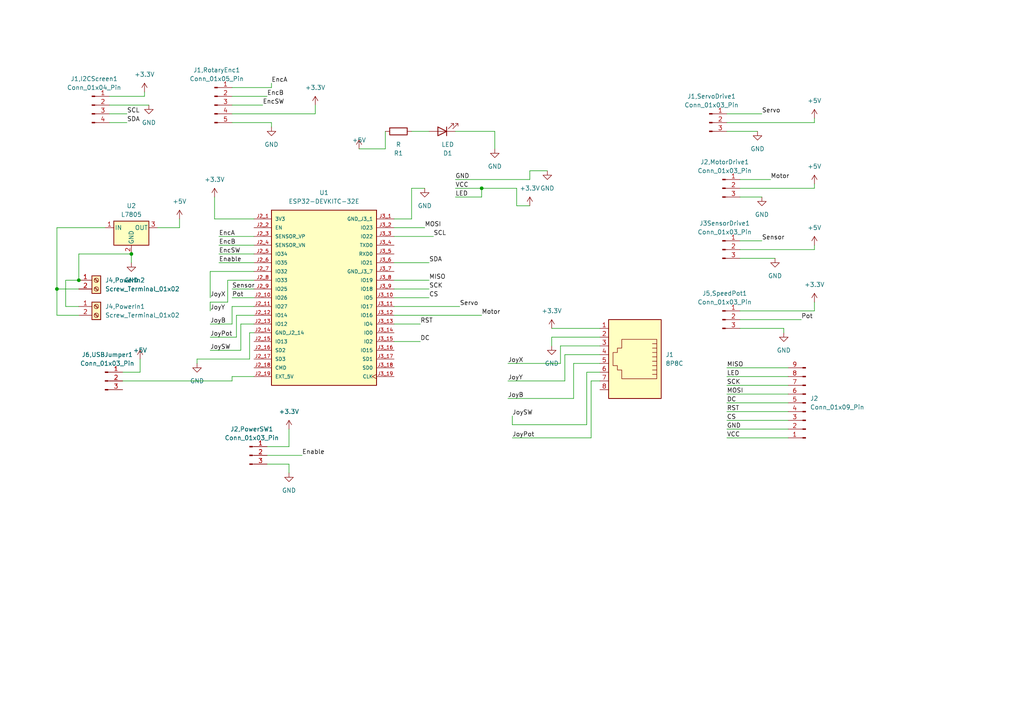
<source format=kicad_sch>
(kicad_sch (version 20230121) (generator eeschema)
  (paper "A4")
  (lib_symbols
    (symbol "Connector:8P8C" (pin_names (offset 1.016))
      (property "Reference" "J" (at -5.08 13.97 0))
      (property "Value" "8P8C" (at 2.54 13.97 0))
      (symbol "8P8C_0_1"
        (polyline (pts (xy -5.08 4.445) (xy -6.35 4.445)))
        (polyline (pts (xy -5.08 5.715) (xy -6.35 5.715)))
        (polyline (pts (xy -6.35 -3.175) (xy -5.08 -3.175) (xy -5.08 -3.175)))
        (polyline (pts (xy -6.35 -1.905) (xy -5.08 -1.905) (xy -5.08 -1.905)))
        (polyline (pts (xy -6.35 -0.635) (xy -5.08 -0.635) (xy -5.08 -0.635)))
        (polyline (pts (xy -6.35 0.635) (xy -5.08 0.635) (xy -5.08 0.635)))
        (polyline (pts (xy -6.35 1.905) (xy -5.08 1.905) (xy -5.08 1.905)))
        (polyline (pts (xy -5.08 3.175) (xy -6.35 3.175) (xy -6.35 3.175)))
        (polyline (pts (xy -6.35 -4.445) (xy -6.35 6.985) (xy 3.81 6.985) (xy 3.81 4.445) (xy 5.08 4.445) (xy 5.08 3.175) (xy 6.35 3.175) (xy 6.35 -0.635) (xy 5.08 -0.635) (xy 5.08 -1.905) (xy 3.81 -1.905) (xy 3.81 -4.445) (xy -6.35 -4.445) (xy -6.35 -4.445)))
        (rectangle (start 7.62 12.7) (end -7.62 -10.16) (stroke (width 0.254)) (fill (type background)))
      )
      (symbol "8P8C_1_1"
        (pin passive line (at 10.16 -7.62 180) (length 2.54) (name "~") (number "1"))
        (pin passive line (at 10.16 -5.08 180) (length 2.54) (name "~") (number "2"))
        (pin passive line (at 10.16 -2.54 180) (length 2.54) (name "~") (number "3"))
        (pin passive line (at 10.16 0 180) (length 2.54) (name "~") (number "4"))
        (pin passive line (at 10.16 2.54 180) (length 2.54) (name "~") (number "5"))
        (pin passive line (at 10.16 5.08 180) (length 2.54) (name "~") (number "6"))
        (pin passive line (at 10.16 7.62 180) (length 2.54) (name "~") (number "7"))
        (pin passive line (at 10.16 10.16 180) (length 2.54) (name "~") (number "8"))
      )
    )
    (symbol "Connector:Conn_01x03_Pin" (pin_names (offset 1.016) hide)
      (property "Reference" "J" (at 0 5.08 0))
      (property "Value" "Conn_01x03_Pin" (at 0 -5.08 0))
      (symbol "Conn_01x03_Pin_1_1"
        (polyline (pts (xy 1.27 -2.54) (xy 0.8636 -2.54)) (stroke (width 0.1524)))
        (polyline (pts (xy 1.27 0) (xy 0.8636 0)) (stroke (width 0.1524)))
        (polyline (pts (xy 1.27 2.54) (xy 0.8636 2.54)) (stroke (width 0.1524)))
        (rectangle (start 0.8636 -2.413) (end 0 -2.667) (stroke (width 0.1524)) (fill (type outline)))
        (rectangle (start 0.8636 0.127) (end 0 -0.127) (stroke (width 0.1524)) (fill (type outline)))
        (rectangle (start 0.8636 2.667) (end 0 2.413) (stroke (width 0.1524)) (fill (type outline)))
        (pin passive line (at 5.08 2.54 180) (length 3.81) (name "Pin_1") (number "1"))
        (pin passive line (at 5.08 0 180) (length 3.81) (name "Pin_2") (number "2"))
        (pin passive line (at 5.08 -2.54 180) (length 3.81) (name "Pin_3") (number "3"))
      )
    )
    (symbol "Connector:Conn_01x04_Pin" (pin_names (offset 1.016) hide)
      (property "Reference" "J" (at 0 5.08 0))
      (property "Value" "Conn_01x04_Pin" (at 0 -7.62 0))
      (symbol "Conn_01x04_Pin_1_1"
        (polyline (pts (xy 1.27 -5.08) (xy 0.8636 -5.08)) (stroke (width 0.1524)))
        (polyline (pts (xy 1.27 -2.54) (xy 0.8636 -2.54)) (stroke (width 0.1524)))
        (polyline (pts (xy 1.27 0) (xy 0.8636 0)) (stroke (width 0.1524)))
        (polyline (pts (xy 1.27 2.54) (xy 0.8636 2.54)) (stroke (width 0.1524)))
        (rectangle (start 0.8636 -4.953) (end 0 -5.207) (stroke (width 0.1524)) (fill (type outline)))
        (rectangle (start 0.8636 -2.413) (end 0 -2.667) (stroke (width 0.1524)) (fill (type outline)))
        (rectangle (start 0.8636 0.127) (end 0 -0.127) (stroke (width 0.1524)) (fill (type outline)))
        (rectangle (start 0.8636 2.667) (end 0 2.413) (stroke (width 0.1524)) (fill (type outline)))
        (pin passive line (at 5.08 2.54 180) (length 3.81) (name "Pin_1") (number "1"))
        (pin passive line (at 5.08 0 180) (length 3.81) (name "Pin_2") (number "2"))
        (pin passive line (at 5.08 -2.54 180) (length 3.81) (name "Pin_3") (number "3"))
        (pin passive line (at 5.08 -5.08 180) (length 3.81) (name "Pin_4") (number "4"))
      )
    )
    (symbol "Connector:Conn_01x05_Pin" (pin_names (offset 1.016) hide)
      (property "Reference" "J" (at 0 7.62 0))
      (property "Value" "Conn_01x05_Pin" (at 0 -7.62 0))
      (symbol "Conn_01x05_Pin_1_1"
        (polyline (pts (xy 1.27 -5.08) (xy 0.8636 -5.08)) (stroke (width 0.1524)))
        (polyline (pts (xy 1.27 -2.54) (xy 0.8636 -2.54)) (stroke (width 0.1524)))
        (polyline (pts (xy 1.27 0) (xy 0.8636 0)) (stroke (width 0.1524)))
        (polyline (pts (xy 1.27 2.54) (xy 0.8636 2.54)) (stroke (width 0.1524)))
        (polyline (pts (xy 1.27 5.08) (xy 0.8636 5.08)) (stroke (width 0.1524)))
        (rectangle (start 0.8636 -4.953) (end 0 -5.207) (stroke (width 0.1524)) (fill (type outline)))
        (rectangle (start 0.8636 -2.413) (end 0 -2.667) (stroke (width 0.1524)) (fill (type outline)))
        (rectangle (start 0.8636 0.127) (end 0 -0.127) (stroke (width 0.1524)) (fill (type outline)))
        (rectangle (start 0.8636 2.667) (end 0 2.413) (stroke (width 0.1524)) (fill (type outline)))
        (rectangle (start 0.8636 5.207) (end 0 4.953) (stroke (width 0.1524)) (fill (type outline)))
        (pin passive line (at 5.08 5.08 180) (length 3.81) (name "Pin_1") (number "1"))
        (pin passive line (at 5.08 2.54 180) (length 3.81) (name "Pin_2") (number "2"))
        (pin passive line (at 5.08 0 180) (length 3.81) (name "Pin_3") (number "3"))
        (pin passive line (at 5.08 -2.54 180) (length 3.81) (name "Pin_4") (number "4"))
        (pin passive line (at 5.08 -5.08 180) (length 3.81) (name "Pin_5") (number "5"))
      )
    )
    (symbol "Connector:Conn_01x09_Pin" (pin_names (offset 1.016) hide)
      (property "Reference" "J" (at 0 12.7 0))
      (property "Value" "Conn_01x09_Pin" (at 0 -12.7 0))
      (symbol "Conn_01x09_Pin_1_1"
        (polyline (pts (xy 1.27 -10.16) (xy 0.8636 -10.16)) (stroke (width 0.1524)))
        (polyline (pts (xy 1.27 -7.62) (xy 0.8636 -7.62)) (stroke (width 0.1524)))
        (polyline (pts (xy 1.27 -5.08) (xy 0.8636 -5.08)) (stroke (width 0.1524)))
        (polyline (pts (xy 1.27 -2.54) (xy 0.8636 -2.54)) (stroke (width 0.1524)))
        (polyline (pts (xy 1.27 0) (xy 0.8636 0)) (stroke (width 0.1524)))
        (polyline (pts (xy 1.27 2.54) (xy 0.8636 2.54)) (stroke (width 0.1524)))
        (polyline (pts (xy 1.27 5.08) (xy 0.8636 5.08)) (stroke (width 0.1524)))
        (polyline (pts (xy 1.27 7.62) (xy 0.8636 7.62)) (stroke (width 0.1524)))
        (polyline (pts (xy 1.27 10.16) (xy 0.8636 10.16)) (stroke (width 0.1524)))
        (rectangle (start 0.8636 -10.033) (end 0 -10.287) (stroke (width 0.1524)) (fill (type outline)))
        (rectangle (start 0.8636 -7.493) (end 0 -7.747) (stroke (width 0.1524)) (fill (type outline)))
        (rectangle (start 0.8636 -4.953) (end 0 -5.207) (stroke (width 0.1524)) (fill (type outline)))
        (rectangle (start 0.8636 -2.413) (end 0 -2.667) (stroke (width 0.1524)) (fill (type outline)))
        (rectangle (start 0.8636 0.127) (end 0 -0.127) (stroke (width 0.1524)) (fill (type outline)))
        (rectangle (start 0.8636 2.667) (end 0 2.413) (stroke (width 0.1524)) (fill (type outline)))
        (rectangle (start 0.8636 5.207) (end 0 4.953) (stroke (width 0.1524)) (fill (type outline)))
        (rectangle (start 0.8636 7.747) (end 0 7.493) (stroke (width 0.1524)) (fill (type outline)))
        (rectangle (start 0.8636 10.287) (end 0 10.033) (stroke (width 0.1524)) (fill (type outline)))
        (pin passive line (at 5.08 10.16 180) (length 3.81) (name "Pin_1") (number "1"))
        (pin passive line (at 5.08 7.62 180) (length 3.81) (name "Pin_2") (number "2"))
        (pin passive line (at 5.08 5.08 180) (length 3.81) (name "Pin_3") (number "3"))
        (pin passive line (at 5.08 2.54 180) (length 3.81) (name "Pin_4") (number "4"))
        (pin passive line (at 5.08 0 180) (length 3.81) (name "Pin_5") (number "5"))
        (pin passive line (at 5.08 -2.54 180) (length 3.81) (name "Pin_6") (number "6"))
        (pin passive line (at 5.08 -5.08 180) (length 3.81) (name "Pin_7") (number "7"))
        (pin passive line (at 5.08 -7.62 180) (length 3.81) (name "Pin_8") (number "8"))
        (pin passive line (at 5.08 -10.16 180) (length 3.81) (name "Pin_9") (number "9"))
      )
    )
    (symbol "Connector:Screw_Terminal_01x02" (pin_names (offset 1.016) hide)
      (property "Reference" "J" (at 0 2.54 0))
      (property "Value" "Screw_Terminal_01x02" (at 0 -5.08 0))
      (symbol "Screw_Terminal_01x02_1_1"
        (rectangle (start -1.27 1.27) (end 1.27 -3.81) (stroke (width 0.254)) (fill (type background)))
        (circle (center 0 -2.54) (radius 0.635) (stroke (width 0.1524)))
        (polyline (pts (xy -0.5334 -2.2098) (xy 0.3302 -3.048)) (stroke (width 0.1524)))
        (polyline (pts (xy -0.5334 0.3302) (xy 0.3302 -0.508)) (stroke (width 0.1524)))
        (polyline (pts (xy -0.3556 -2.032) (xy 0.508 -2.8702)) (stroke (width 0.1524)))
        (polyline (pts (xy -0.3556 0.508) (xy 0.508 -0.3302)) (stroke (width 0.1524)))
        (circle (center 0 0) (radius 0.635) (stroke (width 0.1524)))
        (pin passive line (at -5.08 0 0) (length 3.81) (name "Pin_1") (number "1"))
        (pin passive line (at -5.08 -2.54 0) (length 3.81) (name "Pin_2") (number "2"))
      )
    )
    (symbol "Device:LED" (pin_numbers hide) (pin_names (offset 1.016) hide)
      (property "Reference" "D" (at 0 2.54 0))
      (property "Value" "LED" (at 0 -2.54 0))
      (symbol "LED_0_1"
        (polyline (pts (xy -1.27 -1.27) (xy -1.27 1.27)) (stroke (width 0.254)))
        (polyline (pts (xy -1.27 0) (xy 1.27 0)))
        (polyline (pts (xy 1.27 -1.27) (xy 1.27 1.27) (xy -1.27 0) (xy 1.27 -1.27)) (stroke (width 0.254)))
        (polyline (pts (xy -3.048 -0.762) (xy -4.572 -2.286) (xy -3.81 -2.286) (xy -4.572 -2.286) (xy -4.572 -1.524)))
        (polyline (pts (xy -1.778 -0.762) (xy -3.302 -2.286) (xy -2.54 -2.286) (xy -3.302 -2.286) (xy -3.302 -1.524)))
      )
      (symbol "LED_1_1"
        (pin passive line (at -3.81 0 0) (length 2.54) (name "K") (number "1"))
        (pin passive line (at 3.81 0 180) (length 2.54) (name "A") (number "2"))
      )
    )
    (symbol "Device:R" (pin_numbers hide) (pin_names (offset 0))
      (property "Reference" "R" (at 2.032 0 90))
      (property "Value" "R" (at 0 0 90))
      (symbol "R_0_1"
        (rectangle (start -1.016 -2.54) (end 1.016 2.54) (stroke (width 0.254)))
      )
      (symbol "R_1_1"
        (pin passive line (at 0 3.81 270) (length 1.27) (name "~") (number "1"))
        (pin passive line (at 0 -3.81 90) (length 1.27) (name "~") (number "2"))
      )
    )
    (symbol "ESP32-DEVKITC-32E:ESP32-DEVKITC-32E" (pin_names (offset 1.016))
      (property "Reference" "U" (at -15.24 26.162 0))
      (property "Value" "ESP32-DEVKITC-32E" (at -15.24 -27.94 0))
      (symbol "ESP32-DEVKITC-32E_0_0"
        (rectangle (start -15.24 -25.4) (end 15.24 25.4) (stroke (width 0.254)) (fill (type background)))
        (pin power_in line (at -20.32 22.86 0) (length 5.08) (name "3V3") (number "J2_1"))
        (pin bidirectional line (at -20.32 0 0) (length 5.08) (name "IO26") (number "J2_10"))
        (pin bidirectional line (at -20.32 -2.54 0) (length 5.08) (name "IO27") (number "J2_11"))
        (pin bidirectional line (at -20.32 -5.08 0) (length 5.08) (name "IO14") (number "J2_12"))
        (pin bidirectional line (at -20.32 -7.62 0) (length 5.08) (name "IO12") (number "J2_13"))
        (pin power_in line (at -20.32 -10.16 0) (length 5.08) (name "GND_J2_14") (number "J2_14"))
        (pin bidirectional line (at -20.32 -12.7 0) (length 5.08) (name "IO13") (number "J2_15"))
        (pin bidirectional line (at -20.32 -15.24 0) (length 5.08) (name "SD2") (number "J2_16"))
        (pin bidirectional line (at -20.32 -17.78 0) (length 5.08) (name "SD3") (number "J2_17"))
        (pin bidirectional line (at -20.32 -20.32 0) (length 5.08) (name "CMD") (number "J2_18"))
        (pin power_in line (at -20.32 -22.86 0) (length 5.08) (name "EXT_5V") (number "J2_19"))
        (pin input line (at -20.32 20.32 0) (length 5.08) (name "EN") (number "J2_2"))
        (pin bidirectional line (at -20.32 17.78 0) (length 5.08) (name "SENSOR_VP") (number "J2_3"))
        (pin bidirectional line (at -20.32 15.24 0) (length 5.08) (name "SENSOR_VN") (number "J2_4"))
        (pin bidirectional line (at -20.32 12.7 0) (length 5.08) (name "IO34") (number "J2_5"))
        (pin bidirectional line (at -20.32 10.16 0) (length 5.08) (name "IO35") (number "J2_6"))
        (pin bidirectional line (at -20.32 7.62 0) (length 5.08) (name "IO32") (number "J2_7"))
        (pin bidirectional line (at -20.32 5.08 0) (length 5.08) (name "IO33") (number "J2_8"))
        (pin bidirectional line (at -20.32 2.54 0) (length 5.08) (name "IO25") (number "J2_9"))
        (pin power_in line (at 20.32 22.86 180) (length 5.08) (name "GND_J3_1") (number "J3_1"))
        (pin bidirectional line (at 20.32 0 180) (length 5.08) (name "IO5") (number "J3_10"))
        (pin bidirectional line (at 20.32 -2.54 180) (length 5.08) (name "IO17") (number "J3_11"))
        (pin bidirectional line (at 20.32 -5.08 180) (length 5.08) (name "IO16") (number "J3_12"))
        (pin bidirectional line (at 20.32 -7.62 180) (length 5.08) (name "IO4") (number "J3_13"))
        (pin bidirectional line (at 20.32 -10.16 180) (length 5.08) (name "IO0") (number "J3_14"))
        (pin bidirectional line (at 20.32 -12.7 180) (length 5.08) (name "IO2") (number "J3_15"))
        (pin bidirectional line (at 20.32 -15.24 180) (length 5.08) (name "IO15") (number "J3_16"))
        (pin bidirectional line (at 20.32 -17.78 180) (length 5.08) (name "SD1") (number "J3_17"))
        (pin bidirectional line (at 20.32 -20.32 180) (length 5.08) (name "SD0") (number "J3_18"))
        (pin bidirectional clock (at 20.32 -22.86 180) (length 5.08) (name "CLK") (number "J3_19"))
        (pin bidirectional line (at 20.32 20.32 180) (length 5.08) (name "IO23") (number "J3_2"))
        (pin bidirectional line (at 20.32 17.78 180) (length 5.08) (name "IO22") (number "J3_3"))
        (pin bidirectional line (at 20.32 15.24 180) (length 5.08) (name "TXD0") (number "J3_4"))
        (pin bidirectional line (at 20.32 12.7 180) (length 5.08) (name "RXD0") (number "J3_5"))
        (pin bidirectional line (at 20.32 10.16 180) (length 5.08) (name "IO21") (number "J3_6"))
        (pin power_in line (at 20.32 7.62 180) (length 5.08) (name "GND_J3_7") (number "J3_7"))
        (pin bidirectional line (at 20.32 5.08 180) (length 5.08) (name "IO19") (number "J3_8"))
        (pin bidirectional line (at 20.32 2.54 180) (length 5.08) (name "IO18") (number "J3_9"))
      )
    )
    (symbol "Regulator_Linear:L7805" (pin_names (offset 0.254))
      (property "Reference" "U" (at -3.81 3.175 0))
      (property "Value" "L7805" (at 0 3.175 0))
      (symbol "L7805_0_1"
        (rectangle (start -5.08 1.905) (end 5.08 -5.08) (stroke (width 0.254)) (fill (type background)))
      )
      (symbol "L7805_1_1"
        (pin power_in line (at -7.62 0 0) (length 2.54) (name "IN") (number "1"))
        (pin power_in line (at 0 -7.62 90) (length 2.54) (name "GND") (number "2"))
        (pin power_out line (at 7.62 0 180) (length 2.54) (name "OUT") (number "3"))
      )
    )
    (symbol "power:+3.3V" (power) (pin_names (offset 0))
      (property "Value" "+3.3V" (at 0 3.556 0))
      (symbol "+3.3V_0_1"
        (polyline (pts (xy -0.762 1.27) (xy 0 2.54)))
        (polyline (pts (xy 0 0) (xy 0 2.54)))
        (polyline (pts (xy 0 2.54) (xy 0.762 1.27)))
      )
      (symbol "+3.3V_1_1"
        (pin power_in line (at 0 0 90) (length 0) hide (name "+3.3V") (number "1"))
      )
    )
    (symbol "power:+5V" (power) (pin_names (offset 0))
      (property "Value" "+5V" (at 0 3.556 0))
      (symbol "+5V_0_1"
        (polyline (pts (xy -0.762 1.27) (xy 0 2.54)))
        (polyline (pts (xy 0 0) (xy 0 2.54)))
        (polyline (pts (xy 0 2.54) (xy 0.762 1.27)))
      )
      (symbol "+5V_1_1"
        (pin power_in line (at 0 0 90) (length 0) hide (name "+5V") (number "1"))
      )
    )
    (symbol "power:GND" (power) (pin_names (offset 0))
      (property "Value" "GND" (at 0 -3.81 0))
      (symbol "GND_0_1"
        (polyline (pts (xy 0 0) (xy 0 -1.27) (xy 1.27 -1.27) (xy 0 -2.54) (xy -1.27 -1.27) (xy 0 -1.27)))
      )
      (symbol "GND_1_1"
        (pin power_in line (at 0 0 270) (length 0) hide (name "GND") (number "1"))
      )
    )
  )
  (junction (at 16.51 83.82))
  (junction (at 38.1 73.66))
  (junction (at 22.86 81.28))
  (junction (at 139.7 54.61))
  (wire (pts (xy 228.6 106.68) (xy 210.82 106.68)))
  (wire (pts (xy 67.31 30.48) (xy 76.2 30.48)))
  (wire (pts (xy 67.31 33.02) (xy 91.44 33.02)))
  (wire (pts (xy 149.86 59.69) (xy 153.67 59.69)))
  (wire (pts (xy 63.5 68.58) (xy 73.66 68.58)))
  (wire (pts (xy 210.82 35.56) (xy 236.22 35.56)))
  (wire (pts (xy 67.31 109.22) (xy 73.66 109.22)))
  (wire (pts (xy 147.32 105.41) (xy 162.56 105.41)))
  (wire (pts (xy 77.47 129.54) (xy 83.82 129.54)))
  (wire (pts (xy 170.18 107.95) (xy 173.99 107.95)))
  (wire (pts (xy 114.3 83.82) (xy 124.46 83.82)))
  (wire (pts (xy 62.23 63.5) (xy 62.23 57.15)))
  (wire (pts (xy 132.08 52.07) (xy 153.67 52.07)))
  (wire (pts (xy 16.51 83.82) (xy 16.51 91.44)))
  (wire (pts (xy 16.51 83.82) (xy 16.51 66.04)))
  (wire (pts (xy 78.74 25.4) (xy 78.74 24.13)))
  (wire (pts (xy 236.22 72.39) (xy 236.22 71.12)))
  (wire (pts (xy 114.3 68.58) (xy 125.73 68.58)))
  (wire (pts (xy 35.56 107.95) (xy 40.64 107.95)))
  (wire (pts (xy 67.31 35.56) (xy 78.74 35.56)))
  (wire (pts (xy 22.86 81.28) (xy 22.86 73.66)))
  (wire (pts (xy 60.96 97.79) (xy 68.58 97.79)))
  (wire (pts (xy 16.51 91.44) (xy 22.86 91.44)))
  (wire (pts (xy 22.86 73.66) (xy 38.1 73.66)))
  (wire (pts (xy 67.31 25.4) (xy 78.74 25.4)))
  (wire (pts (xy 114.3 66.04) (xy 123.19 66.04)))
  (wire (pts (xy 114.3 91.44) (xy 139.7 91.44)))
  (wire (pts (xy 31.75 35.56) (xy 36.83 35.56)))
  (wire (pts (xy 236.22 35.56) (xy 236.22 34.29)))
  (wire (pts (xy 63.5 76.2) (xy 73.66 76.2)))
  (wire (pts (xy 114.3 76.2) (xy 124.46 76.2)))
  (wire (pts (xy 69.85 101.6) (xy 69.85 93.98)))
  (wire (pts (xy 210.82 33.02) (xy 220.98 33.02)))
  (wire (pts (xy 60.96 78.74) (xy 73.66 78.74)))
  (wire (pts (xy 67.31 109.22) (xy 67.31 110.49)))
  (wire (pts (xy 31.75 27.94) (xy 41.91 27.94)))
  (wire (pts (xy 114.3 88.9) (xy 133.35 88.9)))
  (wire (pts (xy 72.39 96.52) (xy 72.39 104.14)))
  (wire (pts (xy 114.3 99.06) (xy 121.92 99.06)))
  (wire (pts (xy 16.51 66.04) (xy 30.48 66.04)))
  (wire (pts (xy 67.31 88.9) (xy 73.66 88.9)))
  (wire (pts (xy 210.82 109.22) (xy 228.6 109.22)))
  (wire (pts (xy 40.64 107.95) (xy 40.64 104.14)))
  (wire (pts (xy 77.47 132.08) (xy 87.63 132.08)))
  (wire (pts (xy 171.45 110.49) (xy 173.99 110.49)))
  (wire (pts (xy 68.58 97.79) (xy 68.58 91.44)))
  (wire (pts (xy 160.02 97.79) (xy 160.02 100.33)))
  (wire (pts (xy 214.63 52.07) (xy 223.52 52.07)))
  (wire (pts (xy 91.44 33.02) (xy 91.44 30.48)))
  (wire (pts (xy 63.5 73.66) (xy 73.66 73.66)))
  (wire (pts (xy 69.85 93.98) (xy 73.66 93.98)))
  (wire (pts (xy 171.45 127) (xy 171.45 110.49)))
  (wire (pts (xy 163.83 102.87) (xy 173.99 102.87)))
  (wire (pts (xy 227.33 95.25) (xy 227.33 96.52)))
  (wire (pts (xy 67.31 27.94) (xy 77.47 27.94)))
  (wire (pts (xy 166.37 105.41) (xy 173.99 105.41)))
  (wire (pts (xy 111.76 43.18) (xy 111.76 38.1)))
  (wire (pts (xy 210.82 121.92) (xy 228.6 121.92)))
  (wire (pts (xy 38.1 73.66) (xy 38.1 76.2)))
  (wire (pts (xy 132.08 57.15) (xy 139.7 57.15)))
  (wire (pts (xy 31.75 33.02) (xy 36.83 33.02)))
  (wire (pts (xy 57.15 104.14) (xy 57.15 105.41)))
  (wire (pts (xy 73.66 63.5) (xy 62.23 63.5)))
  (wire (pts (xy 236.22 54.61) (xy 214.63 54.61)))
  (wire (pts (xy 19.05 88.9) (xy 19.05 81.28)))
  (wire (pts (xy 214.63 92.71) (xy 232.41 92.71)))
  (wire (pts (xy 45.72 66.04) (xy 52.07 66.04)))
  (wire (pts (xy 143.51 38.1) (xy 143.51 43.18)))
  (wire (pts (xy 66.04 87.63) (xy 66.04 81.28)))
  (wire (pts (xy 153.67 49.53) (xy 158.75 49.53)))
  (wire (pts (xy 236.22 90.17) (xy 236.22 87.63)))
  (wire (pts (xy 77.47 134.62) (xy 83.82 134.62)))
  (wire (pts (xy 60.96 87.63) (xy 66.04 87.63)))
  (wire (pts (xy 31.75 30.48) (xy 43.18 30.48)))
  (wire (pts (xy 60.96 101.6) (xy 69.85 101.6)))
  (wire (pts (xy 83.82 129.54) (xy 83.82 124.46)))
  (wire (pts (xy 210.82 114.3) (xy 228.6 114.3)))
  (wire (pts (xy 60.96 90.17) (xy 60.96 87.63)))
  (wire (pts (xy 210.82 127) (xy 228.6 127)))
  (wire (pts (xy 214.63 69.85) (xy 220.98 69.85)))
  (wire (pts (xy 149.86 54.61) (xy 149.86 59.69)))
  (wire (pts (xy 19.05 81.28) (xy 22.86 81.28)))
  (wire (pts (xy 147.32 115.57) (xy 166.37 115.57)))
  (wire (pts (xy 119.38 63.5) (xy 114.3 63.5)))
  (wire (pts (xy 83.82 134.62) (xy 83.82 137.16)))
  (wire (pts (xy 160.02 95.25) (xy 173.99 95.25)))
  (wire (pts (xy 148.59 123.19) (xy 148.59 120.65)))
  (wire (pts (xy 63.5 71.12) (xy 73.66 71.12)))
  (wire (pts (xy 78.74 35.56) (xy 78.74 36.83)))
  (wire (pts (xy 114.3 93.98) (xy 121.92 93.98)))
  (wire (pts (xy 210.82 38.1) (xy 219.71 38.1)))
  (wire (pts (xy 170.18 107.95) (xy 170.18 123.19)))
  (wire (pts (xy 214.63 90.17) (xy 236.22 90.17)))
  (wire (pts (xy 228.6 124.46) (xy 210.82 124.46)))
  (wire (pts (xy 162.56 105.41) (xy 162.56 100.33)))
  (wire (pts (xy 66.04 81.28) (xy 73.66 81.28)))
  (wire (pts (xy 132.08 38.1) (xy 143.51 38.1)))
  (wire (pts (xy 132.08 54.61) (xy 139.7 54.61)))
  (wire (pts (xy 52.07 63.5) (xy 52.07 66.04)))
  (wire (pts (xy 210.82 116.84) (xy 228.6 116.84)))
  (wire (pts (xy 139.7 57.15) (xy 139.7 54.61)))
  (wire (pts (xy 214.63 74.93) (xy 224.79 74.93)))
  (wire (pts (xy 210.82 119.38) (xy 228.6 119.38)))
  (wire (pts (xy 124.46 38.1) (xy 119.38 38.1)))
  (wire (pts (xy 68.58 91.44) (xy 73.66 91.44)))
  (wire (pts (xy 139.7 54.61) (xy 149.86 54.61)))
  (wire (pts (xy 236.22 53.34) (xy 236.22 54.61)))
  (wire (pts (xy 153.67 52.07) (xy 153.67 49.53)))
  (wire (pts (xy 160.02 97.79) (xy 173.99 97.79)))
  (wire (pts (xy 22.86 88.9) (xy 19.05 88.9)))
  (wire (pts (xy 214.63 57.15) (xy 220.98 57.15)))
  (wire (pts (xy 67.31 93.98) (xy 67.31 88.9)))
  (wire (pts (xy 73.66 96.52) (xy 72.39 96.52)))
  (wire (pts (xy 41.91 26.67) (xy 41.91 27.94)))
  (wire (pts (xy 67.31 86.36) (xy 73.66 86.36)))
  (wire (pts (xy 114.3 86.36) (xy 124.46 86.36)))
  (wire (pts (xy 210.82 111.76) (xy 228.6 111.76)))
  (wire (pts (xy 147.32 110.49) (xy 163.83 110.49)))
  (wire (pts (xy 60.96 86.36) (xy 60.96 78.74)))
  (wire (pts (xy 22.86 83.82) (xy 16.51 83.82)))
  (wire (pts (xy 162.56 100.33) (xy 173.99 100.33)))
  (wire (pts (xy 60.96 93.98) (xy 67.31 93.98)))
  (wire (pts (xy 114.3 81.28) (xy 124.46 81.28)))
  (wire (pts (xy 214.63 95.25) (xy 227.33 95.25)))
  (wire (pts (xy 148.59 127) (xy 171.45 127)))
  (wire (pts (xy 67.31 110.49) (xy 35.56 110.49)))
  (wire (pts (xy 104.14 43.18) (xy 111.76 43.18)))
  (wire (pts (xy 72.39 104.14) (xy 57.15 104.14)))
  (wire (pts (xy 67.31 83.82) (xy 73.66 83.82)))
  (wire (pts (xy 119.38 54.61) (xy 123.19 54.61)))
  (wire (pts (xy 214.63 72.39) (xy 236.22 72.39)))
  (wire (pts (xy 170.18 123.19) (xy 148.59 123.19)))
  (wire (pts (xy 119.38 54.61) (xy 119.38 63.5)))
  (wire (pts (xy 166.37 115.57) (xy 166.37 105.41)))
  (wire (pts (xy 163.83 110.49) (xy 163.83 102.87)))
  (label "VCC" (at 132.08 54.61 0))
  (label "Pot" (at 232.41 92.71 0))
  (label "Servo" (at 133.35 88.9 0))
  (label "JoySW" (at 60.96 101.6 0))
  (label "MISO" (at 124.46 81.28 0))
  (label "SCL" (at 125.73 68.58 0))
  (label "EncA" (at 63.5 68.58 0))
  (label "SCK" (at 124.46 83.82 0))
  (label "Servo" (at 220.98 33.02 0))
  (label "VCC" (at 210.82 127 0))
  (label "Sensor" (at 67.31 83.82 0))
  (label "EncB" (at 77.47 27.94 0))
  (label "EncSW" (at 76.2 30.48 0))
  (label "Motor" (at 223.52 52.07 0))
  (label "JoyB" (at 60.96 93.98 0))
  (label "RST" (at 121.92 93.98 0))
  (label "GND" (at 132.08 52.07 0))
  (label "JoyPot" (at 148.59 127 0))
  (label "MOSI" (at 210.82 114.3 0))
  (label "EncSW" (at 63.5 73.66 0))
  (label "MOSI" (at 123.19 66.04 0))
  (label "Sensor" (at 220.98 69.85 0))
  (label "DC" (at 121.92 99.06 0))
  (label "Enable" (at 87.63 132.08 0))
  (label "GND" (at 210.82 124.46 0))
  (label "DC" (at 210.82 116.84 0))
  (label "CS" (at 210.82 121.92 0))
  (label "EncB" (at 63.5 71.12 0))
  (label "CS" (at 124.46 86.36 0))
  (label "SCL" (at 36.83 33.02 0))
  (label "JoyPot" (at 60.96 97.79 0))
  (label "JoyY" (at 60.96 90.17 0))
  (label "JoyY" (at 147.32 110.49 0))
  (label "EncA" (at 78.74 24.13 0))
  (label "JoySW" (at 148.59 120.65 0))
  (label "SDA" (at 36.83 35.56 0))
  (label "LED" (at 210.82 109.22 0))
  (label "Motor" (at 139.7 91.44 0))
  (label "Enable" (at 63.5 76.2 0))
  (label "LED" (at 132.08 57.15 0))
  (label "SCK" (at 210.82 111.76 0))
  (label "RST" (at 210.82 119.38 0))
  (label "JoyX" (at 60.96 86.36 0))
  (label "MISO" (at 210.82 106.68 0))
  (label "Pot" (at 67.31 86.36 0))
  (label "JoyX" (at 147.32 105.41 0))
  (label "SDA" (at 124.46 76.2 0))
  (label "JoyB" (at 147.32 115.57 0))
  (symbol (lib_id "power:+3.3V") (at 91.44 30.48 0) (unit 1)
    (property "Reference" "#PWR018" (effects hide))
    (property "Value" "+3.3V" (at 91.44 25.4 0))
  )
  (symbol (lib_id "power:+3.3V") (at 83.82 124.46 0) (unit 1)
    (property "Reference" "#PWR021" (effects hide))
    (property "Value" "+3.3V" (at 83.82 119.38 0))
  )
  (symbol (lib_id "power:+5V") (at 52.07 63.5 0) (unit 1)
    (property "Reference" "#PWR01" (effects hide))
    (property "Value" "+5V" (at 52.07 58.42 0))
  )
  (symbol (lib_id "power:GND") (at 38.1 76.2 0) (unit 1)
    (property "Reference" "#PWR06" (effects hide))
    (property "Value" "GND" (at 38.1 81.28 0))
  )
  (symbol (lib_id "power:+3.3V") (at 160.02 95.25 0) (unit 1)
    (property "Reference" "#PWR019" (effects hide))
    (property "Value" "+3.3V" (at 160.02 90.17 0))
  )
  (symbol (lib_id "power:GND") (at 43.18 30.48 0) (unit 1)
    (property "Reference" "#PWR016" (effects hide))
    (property "Value" "GND" (at 43.18 35.56 0))
  )
  (symbol (lib_id "Connector:Screw_Terminal_01x02") (at 27.94 88.9 0) (unit 1)
    (property "Reference" "J4,PowerIn1" (at 30.48 88.9 0) (effects (justify left)))
    (property "Value" "Screw_Terminal_01x02" (at 30.48 91.44 0) (effects (justify left)))
    (property "Footprint" "TerminalBlock_4Ucon:TerminalBlock_4Ucon_1x02_P3.50mm_Horizontal" (effects hide))
  )
  (symbol (lib_id "Connector:Conn_01x03_Pin") (at 30.48 110.49 0) (unit 1)
    (property "Reference" "J6,USBJumper1" (at 31.115 102.87 0))
    (property "Value" "Conn_01x03_Pin" (at 31.115 105.41 0))
    (property "Footprint" "Connector_PinHeader_2.54mm:PinHeader_1x03_P2.54mm_Vertical" (effects hide))
  )
  (symbol (lib_id "Connector:8P8C") (at 184.15 102.87 180) (unit 1)
    (property "Reference" "J1" (at 193.04 102.87 0) (effects (justify right)))
    (property "Value" "8P8C" (at 193.04 105.41 0) (effects (justify right)))
    (property "Footprint" "Connector_RJ:RJ45_Amphenol_54602-x08_Horizontal" (effects hide))
  )
  (symbol (lib_id "Regulator_Linear:L7805") (at 38.1 66.04 0) (unit 1)
    (property "Reference" "U2" (at 38.1 59.69 0))
    (property "Value" "L7805" (at 38.1 62.23 0))
    (property "Footprint" "Package_TO_SOT_THT:TO-220-3_Vertical" (effects hide))
    (property "Datasheet" "http://www.st.com/content/ccc/resource/technical/document/datasheet/41/4f/b3/b0/12/d4/47/88/CD00000444.pdf/files/CD00000444.pdf/jcr:content/translations/en.CD00000444.pdf" (effects hide))
  )
  (symbol (lib_id "power:GND") (at 160.02 100.33 0) (unit 1)
    (property "Reference" "#PWR020" (effects hide))
    (property "Value" "GND" (at 160.02 105.41 0))
  )
  (symbol (lib_id "power:GND") (at 227.33 96.52 0) (unit 1)
    (property "Reference" "#PWR013" (effects hide))
    (property "Value" "GND" (at 227.33 101.6 0))
  )
  (symbol (lib_id "Connector:Screw_Terminal_01x02") (at 27.94 81.28 0) (unit 1)
    (property "Reference" "J4,PowerIn2" (at 30.48 81.28 0) (effects (justify left)))
    (property "Value" "Screw_Terminal_01x02" (at 30.48 83.82 0) (effects (justify left)))
    (property "Footprint" "TerminalBlock_4Ucon:TerminalBlock_4Ucon_1x02_P3.50mm_Horizontal" (effects hide))
  )
  (symbol (lib_id "Connector:Conn_01x03_Pin") (at 209.55 92.71 0) (unit 1)
    (property "Reference" "J5,SpeedPot1" (at 210.185 85.09 0))
    (property "Value" "Conn_01x03_Pin" (at 210.185 87.63 0))
    (property "Footprint" "Connector_PinHeader_2.54mm:PinHeader_1x03_P2.54mm_Vertical" (effects hide))
  )
  (symbol (lib_id "power:GND") (at 158.75 49.53 0) (unit 1)
    (property "Reference" "#PWR07" (effects hide))
    (property "Value" "GND" (at 158.75 54.61 0))
  )
  (symbol (lib_id "Connector:Conn_01x03_Pin") (at 72.39 132.08 0) (unit 1)
    (property "Reference" "J2,PowerSW1" (at 73.025 124.46 0))
    (property "Value" "Conn_01x03_Pin" (at 73.025 127 0))
    (property "Footprint" "Connector_PinHeader_2.54mm:PinHeader_1x03_P2.54mm_Vertical" (effects hide))
  )
  (symbol (lib_id "power:GND") (at 219.71 38.1 0) (unit 1)
    (property "Reference" "#PWR011" (effects hide))
    (property "Value" "GND" (at 219.71 43.18 0))
  )
  (symbol (lib_id "power:+3.3V") (at 153.67 59.69 0) (unit 1)
    (property "Reference" "#PWR023" (effects hide))
    (property "Value" "+3.3V" (at 153.67 54.61 0))
  )
  (symbol (lib_id "power:+3.3V") (at 236.22 87.63 0) (unit 1)
    (property "Reference" "#PWR014" (effects hide))
    (property "Value" "+3.3V" (at 236.22 82.55 0))
  )
  (symbol (lib_id "Connector:Conn_01x04_Pin") (at 26.67 30.48 0) (unit 1)
    (property "Reference" "J1,I2CScreen1" (at 27.305 22.86 0))
    (property "Value" "Conn_01x04_Pin" (at 27.305 25.4 0))
    (property "Footprint" "Connector_PinHeader_2.54mm:PinHeader_1x04_P2.54mm_Vertical" (effects hide))
  )
  (symbol (lib_id "Connector:Conn_01x03_Pin") (at 205.74 35.56 0) (unit 1)
    (property "Reference" "J1,ServoDrive1" (at 206.375 27.94 0))
    (property "Value" "Conn_01x03_Pin" (at 206.375 30.48 0))
    (property "Footprint" "Connector_PinHeader_2.54mm:PinHeader_1x03_P2.54mm_Vertical" (effects hide))
  )
  (symbol (lib_id "power:GND") (at 143.51 43.18 0) (unit 1)
    (property "Reference" "#PWR025" (effects hide))
    (property "Value" "GND" (at 143.51 48.26 0))
  )
  (symbol (lib_id "power:+3.3V") (at 62.23 57.15 0) (unit 1)
    (property "Reference" "#PWR015" (effects hide))
    (property "Value" "+3.3V" (at 62.23 52.07 0))
  )
  (symbol (lib_id "power:GND") (at 123.19 54.61 0) (unit 1)
    (property "Reference" "#PWR08" (effects hide))
    (property "Value" "GND" (at 123.19 59.69 0))
  )
  (symbol (lib_id "power:+5V") (at 104.14 43.18 0) (unit 1)
    (property "Reference" "#PWR026" (effects hide))
    (property "Value" "+5V" (at 104.14 40.64 0))
  )
  (symbol (lib_id "power:+5V") (at 40.64 104.14 0) (unit 1)
    (property "Reference" "#PWR03" (effects hide))
    (property "Value" "+5V" (at 40.64 101.6 0))
  )
  (symbol (lib_id "power:GND") (at 220.98 57.15 0) (unit 1)
    (property "Reference" "#PWR010" (effects hide))
    (property "Value" "GND" (at 220.98 62.23 0))
  )
  (symbol (lib_id "ESP32-DEVKITC-32E:ESP32-DEVKITC-32E") (at 93.98 86.36 0) (unit 1)
    (property "Reference" "U1" (at 93.98 55.88 0))
    (property "Value" "ESP32-DEVKITC-32E" (at 93.98 58.42 0))
    (property "Footprint" "ESP32_DEVKITC_32E:MODULE_ESP32-DEVKITC-32E" (effects hide))
    (property "PARTREV" "1.4" (effects hide))
    (property "STANDARD" "Manufacturer Recommendations" (effects hide))
    (property "MANUFACTURER" "Espressif Systems" (effects hide))
  )
  (symbol (lib_id "power:GND") (at 78.74 36.83 0) (unit 1)
    (property "Reference" "#PWR017" (effects hide))
    (property "Value" "GND" (at 78.74 41.91 0))
  )
  (symbol (lib_id "Connector:Conn_01x05_Pin") (at 62.23 30.48 0) (unit 1)
    (property "Reference" "J1,RotaryEnc1" (at 62.865 20.32 0))
    (property "Value" "Conn_01x05_Pin" (at 62.865 22.86 0))
    (property "Footprint" "Connector_PinHeader_2.54mm:PinHeader_1x05_P2.54mm_Vertical" (effects hide))
  )
  (symbol (lib_id "power:+5V") (at 236.22 34.29 0) (unit 1)
    (property "Reference" "#PWR02" (effects hide))
    (property "Value" "+5V" (at 236.22 29.21 0))
  )
  (symbol (lib_id "power:GND") (at 57.15 105.41 0) (unit 1)
    (property "Reference" "#PWR024" (effects hide))
    (property "Value" "GND" (at 57.15 110.49 0))
  )
  (symbol (lib_id "power:GND") (at 83.82 137.16 0) (unit 1)
    (property "Reference" "#PWR022" (effects hide))
    (property "Value" "GND" (at 83.82 142.24 0))
  )
  (symbol (lib_id "power:GND") (at 224.79 74.93 0) (unit 1)
    (property "Reference" "#PWR09" (effects hide))
    (property "Value" "GND" (at 224.79 80.01 0))
  )
  (symbol (lib_id "Device:LED") (at 128.27 38.1 180) (unit 1)
    (property "Reference" "D1" (at 129.8575 44.45 0))
    (property "Value" "LED" (at 129.8575 41.91 0))
    (property "Footprint" "LED_THT:LED_D5.0mm" (effects hide))
  )
  (symbol (lib_id "Connector:Conn_01x03_Pin") (at 209.55 72.39 0) (unit 1)
    (property "Reference" "J3SensorDrive1" (at 210.185 64.77 0))
    (property "Value" "Conn_01x03_Pin" (at 210.185 67.31 0))
    (property "Footprint" "Connector_PinHeader_2.54mm:PinHeader_1x03_P2.54mm_Vertical" (effects hide))
  )
  (symbol (lib_id "Device:R") (at 115.57 38.1 270) (unit 1)
    (property "Reference" "R1" (at 115.57 44.45 90))
    (property "Value" "R" (at 115.57 41.91 90))
    (property "Footprint" "Resistor_THT:R_Axial_DIN0207_L6.3mm_D2.5mm_P10.16mm_Horizontal" (effects hide))
  )
  (symbol (lib_id "Connector:Conn_01x03_Pin") (at 209.55 54.61 0) (unit 1)
    (property "Reference" "J2,MotorDrive1" (at 210.185 46.99 0))
    (property "Value" "Conn_01x03_Pin" (at 210.185 49.53 0))
    (property "Footprint" "Connector_PinHeader_2.54mm:PinHeader_1x03_P2.54mm_Vertical" (effects hide))
  )
  (symbol (lib_id "power:+3.3V") (at 41.91 26.67 0) (unit 1)
    (property "Reference" "#PWR012" (effects hide))
    (property "Value" "+3.3V" (at 41.91 21.59 0))
  )
  (symbol (lib_id "Connector:Conn_01x09_Pin") (at 233.68 116.84 180) (unit 1)
    (property "Reference" "J2" (at 234.95 115.57 0) (effects (justify right)))
    (property "Value" "Conn_01x09_Pin" (at 234.95 118.11 0) (effects (justify right)))
    (property "Footprint" "Connector_PinHeader_2.54mm:PinHeader_1x09_P2.54mm_Vertical" (effects hide))
  )
  (symbol (lib_id "power:+5V") (at 236.22 71.12 0) (unit 1)
    (property "Reference" "#PWR04" (effects hide))
    (property "Value" "+5V" (at 236.22 66.04 0))
  )
  (symbol (lib_id "power:+5V") (at 236.22 53.34 0) (unit 1)
    (property "Reference" "#PWR05" (effects hide))
    (property "Value" "+5V" (at 236.22 48.26 0))
  )
)
</source>
